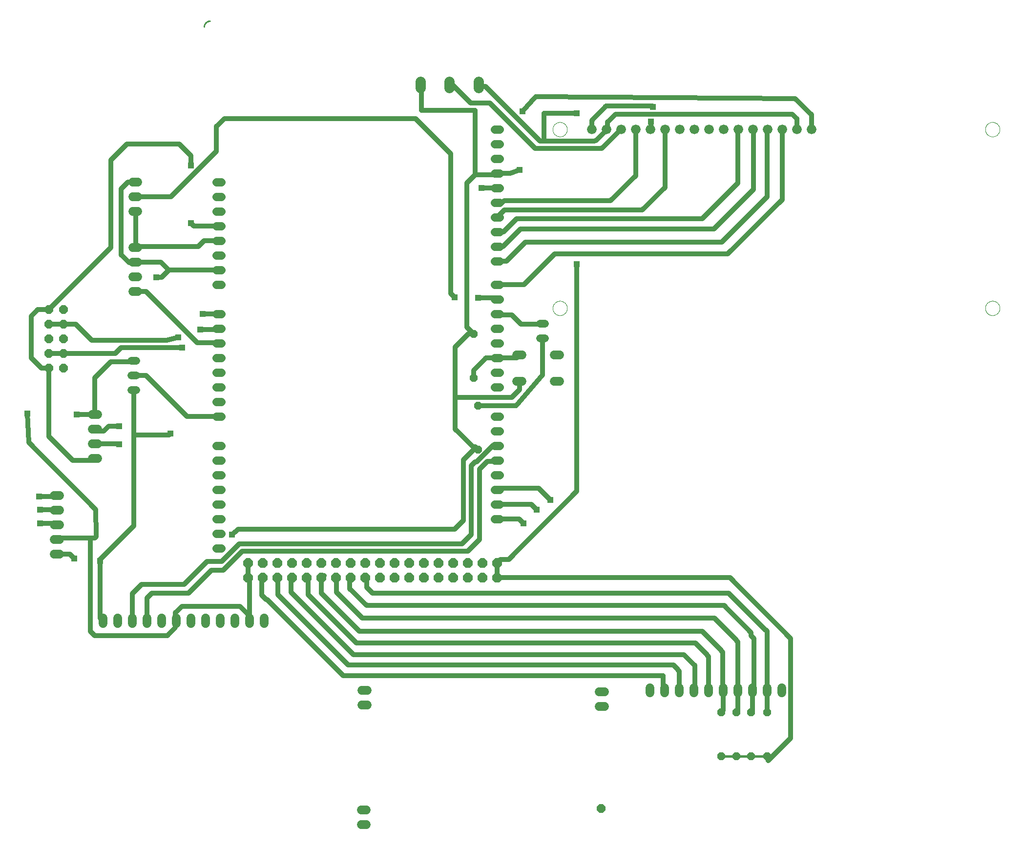
<source format=gbl>
G75*
%MOIN*%
%OFA0B0*%
%FSLAX25Y25*%
%IPPOS*%
%LPD*%
%AMOC8*
5,1,8,0,0,1.08239X$1,22.5*
%
%ADD10C,0.01000*%
%ADD11C,0.05600*%
%ADD12OC8,0.06600*%
%ADD13C,0.07087*%
%ADD14OC8,0.05200*%
%ADD15C,0.05200*%
%ADD16C,0.06600*%
%ADD17C,0.00000*%
%ADD18C,0.06000*%
%ADD19OC8,0.06000*%
%ADD20C,0.03200*%
%ADD21R,0.04362X0.04362*%
%ADD22C,0.01600*%
%ADD23C,0.02400*%
D10*
X0132100Y0552863D02*
X0132102Y0552987D01*
X0132108Y0553110D01*
X0132117Y0553234D01*
X0132131Y0553356D01*
X0132148Y0553479D01*
X0132170Y0553601D01*
X0132195Y0553722D01*
X0132224Y0553842D01*
X0132256Y0553961D01*
X0132293Y0554080D01*
X0132333Y0554197D01*
X0132376Y0554312D01*
X0132424Y0554427D01*
X0132475Y0554539D01*
X0132529Y0554650D01*
X0132587Y0554760D01*
X0132648Y0554867D01*
X0132713Y0554973D01*
X0132781Y0555076D01*
X0132852Y0555177D01*
X0132926Y0555276D01*
X0133003Y0555373D01*
X0133084Y0555467D01*
X0133167Y0555558D01*
X0133253Y0555647D01*
X0133342Y0555733D01*
X0133433Y0555816D01*
X0133527Y0555897D01*
X0133624Y0555974D01*
X0133723Y0556048D01*
X0133824Y0556119D01*
X0133927Y0556187D01*
X0134033Y0556252D01*
X0134140Y0556313D01*
X0134250Y0556371D01*
X0134361Y0556425D01*
X0134473Y0556476D01*
X0134588Y0556524D01*
X0134703Y0556567D01*
X0134820Y0556607D01*
X0134939Y0556644D01*
X0135058Y0556676D01*
X0135178Y0556705D01*
X0135299Y0556730D01*
X0135421Y0556752D01*
X0135544Y0556769D01*
X0135666Y0556783D01*
X0135790Y0556792D01*
X0135913Y0556798D01*
X0136037Y0556800D01*
D11*
X0140420Y0446800D02*
X0143780Y0446800D01*
X0143780Y0436800D02*
X0140420Y0436800D01*
X0140420Y0426800D02*
X0143780Y0426800D01*
X0143780Y0416800D02*
X0140420Y0416800D01*
X0140420Y0406800D02*
X0143780Y0406800D01*
X0143780Y0396800D02*
X0140420Y0396800D01*
X0140420Y0386800D02*
X0143780Y0386800D01*
X0143780Y0376800D02*
X0140420Y0376800D01*
X0140420Y0356800D02*
X0143780Y0356800D01*
X0143780Y0346800D02*
X0140420Y0346800D01*
X0140420Y0336800D02*
X0143780Y0336800D01*
X0143780Y0326800D02*
X0140420Y0326800D01*
X0140420Y0316800D02*
X0143780Y0316800D01*
X0143780Y0306800D02*
X0140420Y0306800D01*
X0140420Y0296800D02*
X0143780Y0296800D01*
X0143780Y0286800D02*
X0140420Y0286800D01*
X0140420Y0266800D02*
X0143780Y0266800D01*
X0143780Y0256800D02*
X0140420Y0256800D01*
X0140420Y0246800D02*
X0143780Y0246800D01*
X0143780Y0236800D02*
X0140420Y0236800D01*
X0140420Y0226800D02*
X0143780Y0226800D01*
X0143780Y0216800D02*
X0140420Y0216800D01*
X0140420Y0206800D02*
X0143780Y0206800D01*
X0143780Y0196800D02*
X0140420Y0196800D01*
X0330420Y0216800D02*
X0333780Y0216800D01*
X0333780Y0226800D02*
X0330420Y0226800D01*
X0330420Y0236800D02*
X0333780Y0236800D01*
X0333780Y0246800D02*
X0330420Y0246800D01*
X0330420Y0256800D02*
X0333780Y0256800D01*
X0333780Y0266800D02*
X0330420Y0266800D01*
X0330420Y0276800D02*
X0333780Y0276800D01*
X0333780Y0286800D02*
X0330420Y0286800D01*
X0330420Y0306800D02*
X0333780Y0306800D01*
X0333780Y0316800D02*
X0330420Y0316800D01*
X0330420Y0326800D02*
X0333780Y0326800D01*
X0333780Y0336800D02*
X0330420Y0336800D01*
X0330420Y0346800D02*
X0333780Y0346800D01*
X0333780Y0356800D02*
X0330420Y0356800D01*
X0330420Y0366800D02*
X0333780Y0366800D01*
X0333780Y0376800D02*
X0330420Y0376800D01*
X0330420Y0392800D02*
X0333780Y0392800D01*
X0333780Y0402800D02*
X0330420Y0402800D01*
X0330420Y0412800D02*
X0333780Y0412800D01*
X0333780Y0422800D02*
X0330420Y0422800D01*
X0330420Y0432800D02*
X0333780Y0432800D01*
X0333780Y0442800D02*
X0330420Y0442800D01*
X0330420Y0452800D02*
X0333780Y0452800D01*
X0333780Y0462800D02*
X0330420Y0462800D01*
X0330420Y0472800D02*
X0333780Y0472800D01*
X0333780Y0482800D02*
X0330420Y0482800D01*
D12*
X0332100Y0186800D03*
X0322100Y0186800D03*
X0322100Y0176800D03*
X0332100Y0176800D03*
X0312100Y0176800D03*
X0302100Y0176800D03*
X0302100Y0186800D03*
X0312100Y0186800D03*
X0292100Y0186800D03*
X0282100Y0186800D03*
X0282100Y0176800D03*
X0292100Y0176800D03*
X0272100Y0176800D03*
X0262100Y0176800D03*
X0252100Y0176800D03*
X0252100Y0186800D03*
X0262100Y0186800D03*
X0272100Y0186800D03*
X0242100Y0186800D03*
X0232100Y0186800D03*
X0232100Y0176800D03*
X0242100Y0176800D03*
X0222100Y0176800D03*
X0212100Y0176800D03*
X0212100Y0186800D03*
X0222100Y0186800D03*
X0202100Y0186800D03*
X0192100Y0186800D03*
X0192100Y0176800D03*
X0202100Y0176800D03*
X0182100Y0176800D03*
X0172100Y0176800D03*
X0172100Y0186800D03*
X0182100Y0186800D03*
X0162100Y0186800D03*
X0162100Y0176800D03*
D13*
X0279915Y0511083D02*
X0279915Y0515335D01*
X0299600Y0515335D02*
X0299600Y0511083D01*
X0319285Y0511083D02*
X0319285Y0515335D01*
D14*
X0316100Y0343300D03*
X0316100Y0313300D03*
X0319100Y0294300D03*
X0319100Y0264300D03*
X0485100Y0084800D03*
X0495600Y0084800D03*
X0505600Y0084800D03*
X0516600Y0084800D03*
X0516600Y0054800D03*
X0505600Y0054800D03*
X0495600Y0054800D03*
X0485100Y0054800D03*
D15*
X0364660Y0340300D02*
X0361540Y0340300D01*
X0361540Y0350300D02*
X0364660Y0350300D01*
X0085660Y0324800D02*
X0082540Y0324800D01*
X0082540Y0314800D02*
X0085660Y0314800D01*
X0085660Y0304800D02*
X0082540Y0304800D01*
D16*
X0396616Y0482824D03*
X0406616Y0482824D03*
X0416616Y0482824D03*
X0426616Y0482824D03*
X0436616Y0482824D03*
X0446616Y0482824D03*
X0456616Y0482824D03*
X0466616Y0482824D03*
X0476616Y0482824D03*
X0486616Y0482824D03*
X0496616Y0482824D03*
X0506616Y0482824D03*
X0516616Y0482824D03*
X0526616Y0482824D03*
X0536616Y0482824D03*
X0546616Y0482824D03*
D17*
X0665317Y0482824D02*
X0665319Y0482964D01*
X0665325Y0483104D01*
X0665335Y0483243D01*
X0665349Y0483382D01*
X0665367Y0483521D01*
X0665388Y0483659D01*
X0665414Y0483797D01*
X0665444Y0483934D01*
X0665477Y0484069D01*
X0665515Y0484204D01*
X0665556Y0484338D01*
X0665601Y0484471D01*
X0665649Y0484602D01*
X0665702Y0484731D01*
X0665758Y0484860D01*
X0665817Y0484986D01*
X0665881Y0485111D01*
X0665947Y0485234D01*
X0666018Y0485355D01*
X0666091Y0485474D01*
X0666168Y0485591D01*
X0666249Y0485705D01*
X0666332Y0485817D01*
X0666419Y0485927D01*
X0666509Y0486035D01*
X0666601Y0486139D01*
X0666697Y0486241D01*
X0666796Y0486341D01*
X0666897Y0486437D01*
X0667001Y0486531D01*
X0667108Y0486621D01*
X0667217Y0486708D01*
X0667329Y0486793D01*
X0667443Y0486874D01*
X0667559Y0486952D01*
X0667677Y0487026D01*
X0667798Y0487097D01*
X0667920Y0487165D01*
X0668045Y0487229D01*
X0668171Y0487290D01*
X0668298Y0487347D01*
X0668428Y0487400D01*
X0668559Y0487450D01*
X0668691Y0487495D01*
X0668824Y0487538D01*
X0668959Y0487576D01*
X0669094Y0487610D01*
X0669231Y0487641D01*
X0669368Y0487668D01*
X0669506Y0487690D01*
X0669645Y0487709D01*
X0669784Y0487724D01*
X0669923Y0487735D01*
X0670063Y0487742D01*
X0670203Y0487745D01*
X0670343Y0487744D01*
X0670483Y0487739D01*
X0670622Y0487730D01*
X0670762Y0487717D01*
X0670901Y0487700D01*
X0671039Y0487679D01*
X0671177Y0487655D01*
X0671314Y0487626D01*
X0671450Y0487594D01*
X0671585Y0487557D01*
X0671719Y0487517D01*
X0671852Y0487473D01*
X0671983Y0487425D01*
X0672113Y0487374D01*
X0672242Y0487319D01*
X0672369Y0487260D01*
X0672494Y0487197D01*
X0672617Y0487132D01*
X0672739Y0487062D01*
X0672858Y0486989D01*
X0672976Y0486913D01*
X0673091Y0486834D01*
X0673204Y0486751D01*
X0673314Y0486665D01*
X0673422Y0486576D01*
X0673527Y0486484D01*
X0673630Y0486389D01*
X0673730Y0486291D01*
X0673827Y0486191D01*
X0673921Y0486087D01*
X0674013Y0485981D01*
X0674101Y0485873D01*
X0674186Y0485762D01*
X0674268Y0485648D01*
X0674347Y0485532D01*
X0674422Y0485415D01*
X0674494Y0485295D01*
X0674562Y0485173D01*
X0674627Y0485049D01*
X0674689Y0484923D01*
X0674747Y0484796D01*
X0674801Y0484667D01*
X0674852Y0484536D01*
X0674898Y0484404D01*
X0674941Y0484271D01*
X0674981Y0484137D01*
X0675016Y0484002D01*
X0675048Y0483865D01*
X0675075Y0483728D01*
X0675099Y0483590D01*
X0675119Y0483452D01*
X0675135Y0483313D01*
X0675147Y0483173D01*
X0675155Y0483034D01*
X0675159Y0482894D01*
X0675159Y0482754D01*
X0675155Y0482614D01*
X0675147Y0482475D01*
X0675135Y0482335D01*
X0675119Y0482196D01*
X0675099Y0482058D01*
X0675075Y0481920D01*
X0675048Y0481783D01*
X0675016Y0481646D01*
X0674981Y0481511D01*
X0674941Y0481377D01*
X0674898Y0481244D01*
X0674852Y0481112D01*
X0674801Y0480981D01*
X0674747Y0480852D01*
X0674689Y0480725D01*
X0674627Y0480599D01*
X0674562Y0480475D01*
X0674494Y0480353D01*
X0674422Y0480233D01*
X0674347Y0480116D01*
X0674268Y0480000D01*
X0674186Y0479886D01*
X0674101Y0479775D01*
X0674013Y0479667D01*
X0673921Y0479561D01*
X0673827Y0479457D01*
X0673730Y0479357D01*
X0673630Y0479259D01*
X0673527Y0479164D01*
X0673422Y0479072D01*
X0673314Y0478983D01*
X0673204Y0478897D01*
X0673091Y0478814D01*
X0672976Y0478735D01*
X0672858Y0478659D01*
X0672739Y0478586D01*
X0672617Y0478516D01*
X0672494Y0478451D01*
X0672369Y0478388D01*
X0672242Y0478329D01*
X0672113Y0478274D01*
X0671983Y0478223D01*
X0671852Y0478175D01*
X0671719Y0478131D01*
X0671585Y0478091D01*
X0671450Y0478054D01*
X0671314Y0478022D01*
X0671177Y0477993D01*
X0671039Y0477969D01*
X0670901Y0477948D01*
X0670762Y0477931D01*
X0670622Y0477918D01*
X0670483Y0477909D01*
X0670343Y0477904D01*
X0670203Y0477903D01*
X0670063Y0477906D01*
X0669923Y0477913D01*
X0669784Y0477924D01*
X0669645Y0477939D01*
X0669506Y0477958D01*
X0669368Y0477980D01*
X0669231Y0478007D01*
X0669094Y0478038D01*
X0668959Y0478072D01*
X0668824Y0478110D01*
X0668691Y0478153D01*
X0668559Y0478198D01*
X0668428Y0478248D01*
X0668298Y0478301D01*
X0668171Y0478358D01*
X0668045Y0478419D01*
X0667920Y0478483D01*
X0667798Y0478551D01*
X0667677Y0478622D01*
X0667559Y0478696D01*
X0667443Y0478774D01*
X0667329Y0478855D01*
X0667217Y0478940D01*
X0667108Y0479027D01*
X0667001Y0479117D01*
X0666897Y0479211D01*
X0666796Y0479307D01*
X0666697Y0479407D01*
X0666601Y0479509D01*
X0666509Y0479613D01*
X0666419Y0479721D01*
X0666332Y0479831D01*
X0666249Y0479943D01*
X0666168Y0480057D01*
X0666091Y0480174D01*
X0666018Y0480293D01*
X0665947Y0480414D01*
X0665881Y0480537D01*
X0665817Y0480662D01*
X0665758Y0480788D01*
X0665702Y0480917D01*
X0665649Y0481046D01*
X0665601Y0481177D01*
X0665556Y0481310D01*
X0665515Y0481444D01*
X0665477Y0481579D01*
X0665444Y0481714D01*
X0665414Y0481851D01*
X0665388Y0481989D01*
X0665367Y0482127D01*
X0665349Y0482266D01*
X0665335Y0482405D01*
X0665325Y0482544D01*
X0665319Y0482684D01*
X0665317Y0482824D01*
X0665317Y0360776D02*
X0665319Y0360916D01*
X0665325Y0361056D01*
X0665335Y0361195D01*
X0665349Y0361334D01*
X0665367Y0361473D01*
X0665388Y0361611D01*
X0665414Y0361749D01*
X0665444Y0361886D01*
X0665477Y0362021D01*
X0665515Y0362156D01*
X0665556Y0362290D01*
X0665601Y0362423D01*
X0665649Y0362554D01*
X0665702Y0362683D01*
X0665758Y0362812D01*
X0665817Y0362938D01*
X0665881Y0363063D01*
X0665947Y0363186D01*
X0666018Y0363307D01*
X0666091Y0363426D01*
X0666168Y0363543D01*
X0666249Y0363657D01*
X0666332Y0363769D01*
X0666419Y0363879D01*
X0666509Y0363987D01*
X0666601Y0364091D01*
X0666697Y0364193D01*
X0666796Y0364293D01*
X0666897Y0364389D01*
X0667001Y0364483D01*
X0667108Y0364573D01*
X0667217Y0364660D01*
X0667329Y0364745D01*
X0667443Y0364826D01*
X0667559Y0364904D01*
X0667677Y0364978D01*
X0667798Y0365049D01*
X0667920Y0365117D01*
X0668045Y0365181D01*
X0668171Y0365242D01*
X0668298Y0365299D01*
X0668428Y0365352D01*
X0668559Y0365402D01*
X0668691Y0365447D01*
X0668824Y0365490D01*
X0668959Y0365528D01*
X0669094Y0365562D01*
X0669231Y0365593D01*
X0669368Y0365620D01*
X0669506Y0365642D01*
X0669645Y0365661D01*
X0669784Y0365676D01*
X0669923Y0365687D01*
X0670063Y0365694D01*
X0670203Y0365697D01*
X0670343Y0365696D01*
X0670483Y0365691D01*
X0670622Y0365682D01*
X0670762Y0365669D01*
X0670901Y0365652D01*
X0671039Y0365631D01*
X0671177Y0365607D01*
X0671314Y0365578D01*
X0671450Y0365546D01*
X0671585Y0365509D01*
X0671719Y0365469D01*
X0671852Y0365425D01*
X0671983Y0365377D01*
X0672113Y0365326D01*
X0672242Y0365271D01*
X0672369Y0365212D01*
X0672494Y0365149D01*
X0672617Y0365084D01*
X0672739Y0365014D01*
X0672858Y0364941D01*
X0672976Y0364865D01*
X0673091Y0364786D01*
X0673204Y0364703D01*
X0673314Y0364617D01*
X0673422Y0364528D01*
X0673527Y0364436D01*
X0673630Y0364341D01*
X0673730Y0364243D01*
X0673827Y0364143D01*
X0673921Y0364039D01*
X0674013Y0363933D01*
X0674101Y0363825D01*
X0674186Y0363714D01*
X0674268Y0363600D01*
X0674347Y0363484D01*
X0674422Y0363367D01*
X0674494Y0363247D01*
X0674562Y0363125D01*
X0674627Y0363001D01*
X0674689Y0362875D01*
X0674747Y0362748D01*
X0674801Y0362619D01*
X0674852Y0362488D01*
X0674898Y0362356D01*
X0674941Y0362223D01*
X0674981Y0362089D01*
X0675016Y0361954D01*
X0675048Y0361817D01*
X0675075Y0361680D01*
X0675099Y0361542D01*
X0675119Y0361404D01*
X0675135Y0361265D01*
X0675147Y0361125D01*
X0675155Y0360986D01*
X0675159Y0360846D01*
X0675159Y0360706D01*
X0675155Y0360566D01*
X0675147Y0360427D01*
X0675135Y0360287D01*
X0675119Y0360148D01*
X0675099Y0360010D01*
X0675075Y0359872D01*
X0675048Y0359735D01*
X0675016Y0359598D01*
X0674981Y0359463D01*
X0674941Y0359329D01*
X0674898Y0359196D01*
X0674852Y0359064D01*
X0674801Y0358933D01*
X0674747Y0358804D01*
X0674689Y0358677D01*
X0674627Y0358551D01*
X0674562Y0358427D01*
X0674494Y0358305D01*
X0674422Y0358185D01*
X0674347Y0358068D01*
X0674268Y0357952D01*
X0674186Y0357838D01*
X0674101Y0357727D01*
X0674013Y0357619D01*
X0673921Y0357513D01*
X0673827Y0357409D01*
X0673730Y0357309D01*
X0673630Y0357211D01*
X0673527Y0357116D01*
X0673422Y0357024D01*
X0673314Y0356935D01*
X0673204Y0356849D01*
X0673091Y0356766D01*
X0672976Y0356687D01*
X0672858Y0356611D01*
X0672739Y0356538D01*
X0672617Y0356468D01*
X0672494Y0356403D01*
X0672369Y0356340D01*
X0672242Y0356281D01*
X0672113Y0356226D01*
X0671983Y0356175D01*
X0671852Y0356127D01*
X0671719Y0356083D01*
X0671585Y0356043D01*
X0671450Y0356006D01*
X0671314Y0355974D01*
X0671177Y0355945D01*
X0671039Y0355921D01*
X0670901Y0355900D01*
X0670762Y0355883D01*
X0670622Y0355870D01*
X0670483Y0355861D01*
X0670343Y0355856D01*
X0670203Y0355855D01*
X0670063Y0355858D01*
X0669923Y0355865D01*
X0669784Y0355876D01*
X0669645Y0355891D01*
X0669506Y0355910D01*
X0669368Y0355932D01*
X0669231Y0355959D01*
X0669094Y0355990D01*
X0668959Y0356024D01*
X0668824Y0356062D01*
X0668691Y0356105D01*
X0668559Y0356150D01*
X0668428Y0356200D01*
X0668298Y0356253D01*
X0668171Y0356310D01*
X0668045Y0356371D01*
X0667920Y0356435D01*
X0667798Y0356503D01*
X0667677Y0356574D01*
X0667559Y0356648D01*
X0667443Y0356726D01*
X0667329Y0356807D01*
X0667217Y0356892D01*
X0667108Y0356979D01*
X0667001Y0357069D01*
X0666897Y0357163D01*
X0666796Y0357259D01*
X0666697Y0357359D01*
X0666601Y0357461D01*
X0666509Y0357565D01*
X0666419Y0357673D01*
X0666332Y0357783D01*
X0666249Y0357895D01*
X0666168Y0358009D01*
X0666091Y0358126D01*
X0666018Y0358245D01*
X0665947Y0358366D01*
X0665881Y0358489D01*
X0665817Y0358614D01*
X0665758Y0358740D01*
X0665702Y0358869D01*
X0665649Y0358998D01*
X0665601Y0359129D01*
X0665556Y0359262D01*
X0665515Y0359396D01*
X0665477Y0359531D01*
X0665444Y0359666D01*
X0665414Y0359803D01*
X0665388Y0359941D01*
X0665367Y0360079D01*
X0665349Y0360218D01*
X0665335Y0360357D01*
X0665325Y0360496D01*
X0665319Y0360636D01*
X0665317Y0360776D01*
X0370041Y0360776D02*
X0370043Y0360916D01*
X0370049Y0361056D01*
X0370059Y0361195D01*
X0370073Y0361334D01*
X0370091Y0361473D01*
X0370112Y0361611D01*
X0370138Y0361749D01*
X0370168Y0361886D01*
X0370201Y0362021D01*
X0370239Y0362156D01*
X0370280Y0362290D01*
X0370325Y0362423D01*
X0370373Y0362554D01*
X0370426Y0362683D01*
X0370482Y0362812D01*
X0370541Y0362938D01*
X0370605Y0363063D01*
X0370671Y0363186D01*
X0370742Y0363307D01*
X0370815Y0363426D01*
X0370892Y0363543D01*
X0370973Y0363657D01*
X0371056Y0363769D01*
X0371143Y0363879D01*
X0371233Y0363987D01*
X0371325Y0364091D01*
X0371421Y0364193D01*
X0371520Y0364293D01*
X0371621Y0364389D01*
X0371725Y0364483D01*
X0371832Y0364573D01*
X0371941Y0364660D01*
X0372053Y0364745D01*
X0372167Y0364826D01*
X0372283Y0364904D01*
X0372401Y0364978D01*
X0372522Y0365049D01*
X0372644Y0365117D01*
X0372769Y0365181D01*
X0372895Y0365242D01*
X0373022Y0365299D01*
X0373152Y0365352D01*
X0373283Y0365402D01*
X0373415Y0365447D01*
X0373548Y0365490D01*
X0373683Y0365528D01*
X0373818Y0365562D01*
X0373955Y0365593D01*
X0374092Y0365620D01*
X0374230Y0365642D01*
X0374369Y0365661D01*
X0374508Y0365676D01*
X0374647Y0365687D01*
X0374787Y0365694D01*
X0374927Y0365697D01*
X0375067Y0365696D01*
X0375207Y0365691D01*
X0375346Y0365682D01*
X0375486Y0365669D01*
X0375625Y0365652D01*
X0375763Y0365631D01*
X0375901Y0365607D01*
X0376038Y0365578D01*
X0376174Y0365546D01*
X0376309Y0365509D01*
X0376443Y0365469D01*
X0376576Y0365425D01*
X0376707Y0365377D01*
X0376837Y0365326D01*
X0376966Y0365271D01*
X0377093Y0365212D01*
X0377218Y0365149D01*
X0377341Y0365084D01*
X0377463Y0365014D01*
X0377582Y0364941D01*
X0377700Y0364865D01*
X0377815Y0364786D01*
X0377928Y0364703D01*
X0378038Y0364617D01*
X0378146Y0364528D01*
X0378251Y0364436D01*
X0378354Y0364341D01*
X0378454Y0364243D01*
X0378551Y0364143D01*
X0378645Y0364039D01*
X0378737Y0363933D01*
X0378825Y0363825D01*
X0378910Y0363714D01*
X0378992Y0363600D01*
X0379071Y0363484D01*
X0379146Y0363367D01*
X0379218Y0363247D01*
X0379286Y0363125D01*
X0379351Y0363001D01*
X0379413Y0362875D01*
X0379471Y0362748D01*
X0379525Y0362619D01*
X0379576Y0362488D01*
X0379622Y0362356D01*
X0379665Y0362223D01*
X0379705Y0362089D01*
X0379740Y0361954D01*
X0379772Y0361817D01*
X0379799Y0361680D01*
X0379823Y0361542D01*
X0379843Y0361404D01*
X0379859Y0361265D01*
X0379871Y0361125D01*
X0379879Y0360986D01*
X0379883Y0360846D01*
X0379883Y0360706D01*
X0379879Y0360566D01*
X0379871Y0360427D01*
X0379859Y0360287D01*
X0379843Y0360148D01*
X0379823Y0360010D01*
X0379799Y0359872D01*
X0379772Y0359735D01*
X0379740Y0359598D01*
X0379705Y0359463D01*
X0379665Y0359329D01*
X0379622Y0359196D01*
X0379576Y0359064D01*
X0379525Y0358933D01*
X0379471Y0358804D01*
X0379413Y0358677D01*
X0379351Y0358551D01*
X0379286Y0358427D01*
X0379218Y0358305D01*
X0379146Y0358185D01*
X0379071Y0358068D01*
X0378992Y0357952D01*
X0378910Y0357838D01*
X0378825Y0357727D01*
X0378737Y0357619D01*
X0378645Y0357513D01*
X0378551Y0357409D01*
X0378454Y0357309D01*
X0378354Y0357211D01*
X0378251Y0357116D01*
X0378146Y0357024D01*
X0378038Y0356935D01*
X0377928Y0356849D01*
X0377815Y0356766D01*
X0377700Y0356687D01*
X0377582Y0356611D01*
X0377463Y0356538D01*
X0377341Y0356468D01*
X0377218Y0356403D01*
X0377093Y0356340D01*
X0376966Y0356281D01*
X0376837Y0356226D01*
X0376707Y0356175D01*
X0376576Y0356127D01*
X0376443Y0356083D01*
X0376309Y0356043D01*
X0376174Y0356006D01*
X0376038Y0355974D01*
X0375901Y0355945D01*
X0375763Y0355921D01*
X0375625Y0355900D01*
X0375486Y0355883D01*
X0375346Y0355870D01*
X0375207Y0355861D01*
X0375067Y0355856D01*
X0374927Y0355855D01*
X0374787Y0355858D01*
X0374647Y0355865D01*
X0374508Y0355876D01*
X0374369Y0355891D01*
X0374230Y0355910D01*
X0374092Y0355932D01*
X0373955Y0355959D01*
X0373818Y0355990D01*
X0373683Y0356024D01*
X0373548Y0356062D01*
X0373415Y0356105D01*
X0373283Y0356150D01*
X0373152Y0356200D01*
X0373022Y0356253D01*
X0372895Y0356310D01*
X0372769Y0356371D01*
X0372644Y0356435D01*
X0372522Y0356503D01*
X0372401Y0356574D01*
X0372283Y0356648D01*
X0372167Y0356726D01*
X0372053Y0356807D01*
X0371941Y0356892D01*
X0371832Y0356979D01*
X0371725Y0357069D01*
X0371621Y0357163D01*
X0371520Y0357259D01*
X0371421Y0357359D01*
X0371325Y0357461D01*
X0371233Y0357565D01*
X0371143Y0357673D01*
X0371056Y0357783D01*
X0370973Y0357895D01*
X0370892Y0358009D01*
X0370815Y0358126D01*
X0370742Y0358245D01*
X0370671Y0358366D01*
X0370605Y0358489D01*
X0370541Y0358614D01*
X0370482Y0358740D01*
X0370426Y0358869D01*
X0370373Y0358998D01*
X0370325Y0359129D01*
X0370280Y0359262D01*
X0370239Y0359396D01*
X0370201Y0359531D01*
X0370168Y0359666D01*
X0370138Y0359803D01*
X0370112Y0359941D01*
X0370091Y0360079D01*
X0370073Y0360218D01*
X0370059Y0360357D01*
X0370049Y0360496D01*
X0370043Y0360636D01*
X0370041Y0360776D01*
X0370041Y0482824D02*
X0370043Y0482964D01*
X0370049Y0483104D01*
X0370059Y0483243D01*
X0370073Y0483382D01*
X0370091Y0483521D01*
X0370112Y0483659D01*
X0370138Y0483797D01*
X0370168Y0483934D01*
X0370201Y0484069D01*
X0370239Y0484204D01*
X0370280Y0484338D01*
X0370325Y0484471D01*
X0370373Y0484602D01*
X0370426Y0484731D01*
X0370482Y0484860D01*
X0370541Y0484986D01*
X0370605Y0485111D01*
X0370671Y0485234D01*
X0370742Y0485355D01*
X0370815Y0485474D01*
X0370892Y0485591D01*
X0370973Y0485705D01*
X0371056Y0485817D01*
X0371143Y0485927D01*
X0371233Y0486035D01*
X0371325Y0486139D01*
X0371421Y0486241D01*
X0371520Y0486341D01*
X0371621Y0486437D01*
X0371725Y0486531D01*
X0371832Y0486621D01*
X0371941Y0486708D01*
X0372053Y0486793D01*
X0372167Y0486874D01*
X0372283Y0486952D01*
X0372401Y0487026D01*
X0372522Y0487097D01*
X0372644Y0487165D01*
X0372769Y0487229D01*
X0372895Y0487290D01*
X0373022Y0487347D01*
X0373152Y0487400D01*
X0373283Y0487450D01*
X0373415Y0487495D01*
X0373548Y0487538D01*
X0373683Y0487576D01*
X0373818Y0487610D01*
X0373955Y0487641D01*
X0374092Y0487668D01*
X0374230Y0487690D01*
X0374369Y0487709D01*
X0374508Y0487724D01*
X0374647Y0487735D01*
X0374787Y0487742D01*
X0374927Y0487745D01*
X0375067Y0487744D01*
X0375207Y0487739D01*
X0375346Y0487730D01*
X0375486Y0487717D01*
X0375625Y0487700D01*
X0375763Y0487679D01*
X0375901Y0487655D01*
X0376038Y0487626D01*
X0376174Y0487594D01*
X0376309Y0487557D01*
X0376443Y0487517D01*
X0376576Y0487473D01*
X0376707Y0487425D01*
X0376837Y0487374D01*
X0376966Y0487319D01*
X0377093Y0487260D01*
X0377218Y0487197D01*
X0377341Y0487132D01*
X0377463Y0487062D01*
X0377582Y0486989D01*
X0377700Y0486913D01*
X0377815Y0486834D01*
X0377928Y0486751D01*
X0378038Y0486665D01*
X0378146Y0486576D01*
X0378251Y0486484D01*
X0378354Y0486389D01*
X0378454Y0486291D01*
X0378551Y0486191D01*
X0378645Y0486087D01*
X0378737Y0485981D01*
X0378825Y0485873D01*
X0378910Y0485762D01*
X0378992Y0485648D01*
X0379071Y0485532D01*
X0379146Y0485415D01*
X0379218Y0485295D01*
X0379286Y0485173D01*
X0379351Y0485049D01*
X0379413Y0484923D01*
X0379471Y0484796D01*
X0379525Y0484667D01*
X0379576Y0484536D01*
X0379622Y0484404D01*
X0379665Y0484271D01*
X0379705Y0484137D01*
X0379740Y0484002D01*
X0379772Y0483865D01*
X0379799Y0483728D01*
X0379823Y0483590D01*
X0379843Y0483452D01*
X0379859Y0483313D01*
X0379871Y0483173D01*
X0379879Y0483034D01*
X0379883Y0482894D01*
X0379883Y0482754D01*
X0379879Y0482614D01*
X0379871Y0482475D01*
X0379859Y0482335D01*
X0379843Y0482196D01*
X0379823Y0482058D01*
X0379799Y0481920D01*
X0379772Y0481783D01*
X0379740Y0481646D01*
X0379705Y0481511D01*
X0379665Y0481377D01*
X0379622Y0481244D01*
X0379576Y0481112D01*
X0379525Y0480981D01*
X0379471Y0480852D01*
X0379413Y0480725D01*
X0379351Y0480599D01*
X0379286Y0480475D01*
X0379218Y0480353D01*
X0379146Y0480233D01*
X0379071Y0480116D01*
X0378992Y0480000D01*
X0378910Y0479886D01*
X0378825Y0479775D01*
X0378737Y0479667D01*
X0378645Y0479561D01*
X0378551Y0479457D01*
X0378454Y0479357D01*
X0378354Y0479259D01*
X0378251Y0479164D01*
X0378146Y0479072D01*
X0378038Y0478983D01*
X0377928Y0478897D01*
X0377815Y0478814D01*
X0377700Y0478735D01*
X0377582Y0478659D01*
X0377463Y0478586D01*
X0377341Y0478516D01*
X0377218Y0478451D01*
X0377093Y0478388D01*
X0376966Y0478329D01*
X0376837Y0478274D01*
X0376707Y0478223D01*
X0376576Y0478175D01*
X0376443Y0478131D01*
X0376309Y0478091D01*
X0376174Y0478054D01*
X0376038Y0478022D01*
X0375901Y0477993D01*
X0375763Y0477969D01*
X0375625Y0477948D01*
X0375486Y0477931D01*
X0375346Y0477918D01*
X0375207Y0477909D01*
X0375067Y0477904D01*
X0374927Y0477903D01*
X0374787Y0477906D01*
X0374647Y0477913D01*
X0374508Y0477924D01*
X0374369Y0477939D01*
X0374230Y0477958D01*
X0374092Y0477980D01*
X0373955Y0478007D01*
X0373818Y0478038D01*
X0373683Y0478072D01*
X0373548Y0478110D01*
X0373415Y0478153D01*
X0373283Y0478198D01*
X0373152Y0478248D01*
X0373022Y0478301D01*
X0372895Y0478358D01*
X0372769Y0478419D01*
X0372644Y0478483D01*
X0372522Y0478551D01*
X0372401Y0478622D01*
X0372283Y0478696D01*
X0372167Y0478774D01*
X0372053Y0478855D01*
X0371941Y0478940D01*
X0371832Y0479027D01*
X0371725Y0479117D01*
X0371621Y0479211D01*
X0371520Y0479307D01*
X0371421Y0479407D01*
X0371325Y0479509D01*
X0371233Y0479613D01*
X0371143Y0479721D01*
X0371056Y0479831D01*
X0370973Y0479943D01*
X0370892Y0480057D01*
X0370815Y0480174D01*
X0370742Y0480293D01*
X0370671Y0480414D01*
X0370605Y0480537D01*
X0370541Y0480662D01*
X0370482Y0480788D01*
X0370426Y0480917D01*
X0370373Y0481046D01*
X0370325Y0481177D01*
X0370280Y0481310D01*
X0370239Y0481444D01*
X0370201Y0481579D01*
X0370168Y0481714D01*
X0370138Y0481851D01*
X0370112Y0481989D01*
X0370091Y0482127D01*
X0370073Y0482266D01*
X0370059Y0482405D01*
X0370049Y0482544D01*
X0370043Y0482684D01*
X0370041Y0482824D01*
D18*
X0371100Y0328700D02*
X0374700Y0328700D01*
X0374700Y0310900D02*
X0371100Y0310900D01*
X0349100Y0310900D02*
X0345500Y0310900D01*
X0345500Y0328700D02*
X0349100Y0328700D01*
X0173100Y0149100D02*
X0173100Y0145500D01*
X0163100Y0145500D02*
X0163100Y0149100D01*
X0153100Y0149100D02*
X0153100Y0145500D01*
X0143100Y0145500D02*
X0143100Y0149100D01*
X0133100Y0149100D02*
X0133100Y0145500D01*
X0123100Y0145500D02*
X0123100Y0149100D01*
X0113100Y0149100D02*
X0113100Y0145500D01*
X0103100Y0145500D02*
X0103100Y0149100D01*
X0093100Y0149100D02*
X0093100Y0145500D01*
X0083100Y0145500D02*
X0083100Y0149100D01*
X0073100Y0149100D02*
X0073100Y0145500D01*
X0063100Y0145500D02*
X0063100Y0149100D01*
X0033400Y0192800D02*
X0029800Y0192800D01*
X0029800Y0202800D02*
X0033400Y0202800D01*
X0033400Y0212800D02*
X0029800Y0212800D01*
X0029800Y0222800D02*
X0033400Y0222800D01*
X0033400Y0232800D02*
X0029800Y0232800D01*
X0055800Y0258300D02*
X0059400Y0258300D01*
X0059400Y0268300D02*
X0055800Y0268300D01*
X0055800Y0278300D02*
X0059400Y0278300D01*
X0059400Y0288300D02*
X0055800Y0288300D01*
X0083300Y0372300D02*
X0086900Y0372300D01*
X0086900Y0382300D02*
X0083300Y0382300D01*
X0083300Y0392300D02*
X0086900Y0392300D01*
X0086900Y0402300D02*
X0083300Y0402300D01*
X0083300Y0426800D02*
X0086900Y0426800D01*
X0086900Y0436800D02*
X0083300Y0436800D01*
X0083300Y0446800D02*
X0086900Y0446800D01*
X0239800Y0099800D02*
X0243400Y0099800D01*
X0243400Y0089800D02*
X0239800Y0089800D01*
X0239300Y0018300D02*
X0242900Y0018300D01*
X0242900Y0008300D02*
X0239300Y0008300D01*
X0401800Y0088800D02*
X0405400Y0088800D01*
X0405400Y0098800D02*
X0401800Y0098800D01*
X0436600Y0098000D02*
X0436600Y0101600D01*
X0446600Y0101600D02*
X0446600Y0098000D01*
X0456600Y0098000D02*
X0456600Y0101600D01*
X0466600Y0101600D02*
X0466600Y0098000D01*
X0476600Y0098000D02*
X0476600Y0101600D01*
X0486600Y0101600D02*
X0486600Y0098000D01*
X0496600Y0098000D02*
X0496600Y0101600D01*
X0506600Y0101600D02*
X0506600Y0098000D01*
X0516600Y0098000D02*
X0516600Y0101600D01*
X0526600Y0101600D02*
X0526600Y0098000D01*
D19*
X0403100Y0019300D03*
X0036100Y0319800D03*
X0036100Y0329800D03*
X0036100Y0339800D03*
X0036100Y0349800D03*
X0036100Y0359800D03*
X0026100Y0359800D03*
X0026100Y0349800D03*
X0026100Y0339800D03*
X0026100Y0329800D03*
X0026100Y0319800D03*
D20*
X0054600Y0140300D02*
X0057600Y0137300D01*
X0107100Y0137300D01*
X0112600Y0142800D01*
X0112600Y0147800D01*
X0113100Y0147300D01*
X0112600Y0147800D02*
X0112600Y0152800D01*
X0117100Y0157300D01*
X0156600Y0157300D01*
X0163100Y0150800D01*
X0163100Y0147300D01*
X0163100Y0175800D01*
X0162100Y0176800D01*
X0162100Y0186800D01*
X0158100Y0194800D02*
X0312100Y0194800D01*
X0320100Y0202800D01*
X0320100Y0250800D01*
X0325600Y0256300D01*
X0331600Y0256300D01*
X0332100Y0256800D01*
X0332100Y0266800D02*
X0331600Y0267300D01*
X0329600Y0267300D01*
X0318100Y0255800D01*
X0317100Y0255800D01*
X0314600Y0253300D01*
X0314600Y0206300D01*
X0308100Y0199800D01*
X0156100Y0199800D01*
X0144100Y0187800D01*
X0134100Y0187800D01*
X0118600Y0172300D01*
X0089600Y0172300D01*
X0083100Y0165800D01*
X0083100Y0147300D01*
X0093100Y0147300D02*
X0093100Y0162800D01*
X0096600Y0166300D01*
X0121600Y0166300D01*
X0137100Y0181800D01*
X0145100Y0181800D01*
X0158100Y0194800D01*
X0151100Y0206300D02*
X0155600Y0209800D01*
X0303100Y0209800D01*
X0309100Y0215800D01*
X0309100Y0257300D01*
X0316100Y0264300D01*
X0319100Y0264300D01*
X0317100Y0266300D01*
X0317100Y0264800D01*
X0303600Y0278300D01*
X0303600Y0299800D01*
X0342100Y0299800D01*
X0347300Y0305000D01*
X0347300Y0310900D01*
X0345400Y0326800D02*
X0332100Y0326800D01*
X0324600Y0326800D01*
X0316100Y0318300D01*
X0316100Y0313300D01*
X0303600Y0299800D02*
X0303600Y0334300D01*
X0312600Y0343300D01*
X0316100Y0343300D01*
X0311600Y0347800D01*
X0311600Y0446300D01*
X0317100Y0451800D01*
X0317100Y0495800D01*
X0280600Y0495800D01*
X0280600Y0513209D01*
X0279915Y0513209D01*
X0299600Y0513209D02*
X0301691Y0513209D01*
X0314100Y0500800D01*
X0327100Y0500800D01*
X0358100Y0469800D01*
X0403592Y0469800D01*
X0416616Y0482824D01*
X0426616Y0482824D02*
X0426616Y0451316D01*
X0409600Y0434300D01*
X0337100Y0434300D01*
X0335600Y0432800D01*
X0332100Y0432800D01*
X0337100Y0427800D02*
X0332100Y0422800D01*
X0337100Y0427800D02*
X0431100Y0427800D01*
X0446616Y0443316D01*
X0446616Y0482824D01*
X0437100Y0483308D02*
X0437100Y0488300D01*
X0437100Y0483308D02*
X0436616Y0482824D01*
X0436600Y0482808D01*
X0438600Y0498300D02*
X0438100Y0498800D01*
X0406600Y0498800D01*
X0396616Y0488816D01*
X0396616Y0482824D01*
X0399600Y0475300D02*
X0398600Y0474800D01*
X0364100Y0474800D01*
X0364100Y0493800D01*
X0386600Y0493800D01*
X0399600Y0475300D02*
X0406616Y0482316D01*
X0406616Y0482824D01*
X0407600Y0483808D01*
X0407600Y0487800D01*
X0413100Y0493300D01*
X0533600Y0493300D01*
X0536616Y0490284D01*
X0536616Y0482824D01*
X0526616Y0482824D02*
X0526616Y0434816D01*
X0489600Y0397800D01*
X0371600Y0397800D01*
X0350600Y0376800D01*
X0332100Y0376800D01*
X0331100Y0367800D02*
X0332100Y0366800D01*
X0331100Y0367800D02*
X0319100Y0367800D01*
X0303100Y0368300D02*
X0300600Y0370800D01*
X0300600Y0466300D01*
X0276600Y0490300D01*
X0146100Y0490300D01*
X0140600Y0484800D01*
X0140600Y0467800D01*
X0109600Y0436800D01*
X0085100Y0436800D01*
X0085100Y0426800D02*
X0085600Y0426300D01*
X0085600Y0403800D01*
X0085100Y0403300D01*
X0085100Y0402300D01*
X0085600Y0402800D01*
X0128100Y0402800D01*
X0132100Y0406800D01*
X0142100Y0406800D01*
X0142100Y0416800D02*
X0125100Y0416800D01*
X0123100Y0418800D01*
X0102600Y0392300D02*
X0085100Y0392300D01*
X0084600Y0391800D01*
X0081100Y0391800D01*
X0075600Y0397300D01*
X0075600Y0442300D01*
X0080100Y0446800D01*
X0085100Y0446800D01*
X0068600Y0461800D02*
X0079600Y0472800D01*
X0115100Y0472800D01*
X0123100Y0464800D01*
X0123100Y0458300D01*
X0068600Y0461800D02*
X0068600Y0402300D01*
X0026100Y0359800D01*
X0018600Y0359800D01*
X0014100Y0355300D01*
X0014100Y0326800D01*
X0021100Y0319800D01*
X0026100Y0319800D01*
X0026100Y0273300D01*
X0042600Y0256800D01*
X0056100Y0256800D01*
X0057600Y0258300D01*
X0057600Y0268300D02*
X0073600Y0268300D01*
X0074100Y0267800D01*
X0063600Y0276800D02*
X0059100Y0276800D01*
X0057600Y0278300D01*
X0063600Y0276800D02*
X0067100Y0280300D01*
X0074100Y0280300D01*
X0084100Y0274300D02*
X0108100Y0274300D01*
X0109100Y0275300D01*
X0120600Y0286800D02*
X0092600Y0314800D01*
X0084100Y0314800D01*
X0084100Y0304800D02*
X0084100Y0274300D01*
X0084100Y0212300D01*
X0061100Y0189300D01*
X0061100Y0188300D01*
X0061100Y0149300D01*
X0063100Y0147300D01*
X0054600Y0140300D02*
X0054600Y0203300D01*
X0054602Y0203344D01*
X0054608Y0203387D01*
X0054617Y0203429D01*
X0054630Y0203471D01*
X0054647Y0203511D01*
X0054667Y0203550D01*
X0054690Y0203587D01*
X0054717Y0203621D01*
X0054746Y0203654D01*
X0054779Y0203683D01*
X0054813Y0203710D01*
X0054850Y0203733D01*
X0054889Y0203753D01*
X0054929Y0203770D01*
X0054971Y0203783D01*
X0055013Y0203792D01*
X0055056Y0203798D01*
X0055100Y0203800D01*
X0056600Y0203800D01*
X0055100Y0203800D02*
X0031600Y0203800D01*
X0031600Y0202800D01*
X0033100Y0204300D01*
X0031600Y0212800D02*
X0030600Y0213800D01*
X0020100Y0213800D01*
X0020100Y0223300D02*
X0031100Y0223300D01*
X0031600Y0222800D01*
X0033100Y0231800D02*
X0032600Y0232300D01*
X0019600Y0232300D01*
X0012600Y0269300D02*
X0011600Y0288800D01*
X0012600Y0269300D02*
X0058100Y0223300D01*
X0058600Y0205800D01*
X0058598Y0205713D01*
X0058592Y0205626D01*
X0058583Y0205539D01*
X0058570Y0205453D01*
X0058553Y0205367D01*
X0058532Y0205282D01*
X0058507Y0205199D01*
X0058479Y0205116D01*
X0058448Y0205035D01*
X0058413Y0204955D01*
X0058374Y0204877D01*
X0058332Y0204800D01*
X0058287Y0204725D01*
X0058238Y0204653D01*
X0058187Y0204582D01*
X0058132Y0204514D01*
X0058075Y0204449D01*
X0058014Y0204386D01*
X0057951Y0204325D01*
X0057886Y0204268D01*
X0057818Y0204213D01*
X0057747Y0204162D01*
X0057675Y0204113D01*
X0057600Y0204068D01*
X0057523Y0204026D01*
X0057445Y0203987D01*
X0057365Y0203952D01*
X0057284Y0203921D01*
X0057201Y0203893D01*
X0057118Y0203868D01*
X0057033Y0203847D01*
X0056947Y0203830D01*
X0056861Y0203817D01*
X0056774Y0203808D01*
X0056687Y0203802D01*
X0056600Y0203800D01*
X0043600Y0189800D02*
X0040600Y0192800D01*
X0031600Y0192800D01*
X0045100Y0288300D02*
X0057600Y0288300D01*
X0057600Y0313300D01*
X0068600Y0324300D01*
X0083600Y0324300D01*
X0084100Y0324800D01*
X0075600Y0333800D02*
X0117100Y0333800D01*
X0114600Y0340800D02*
X0106600Y0338800D01*
X0055600Y0338800D01*
X0044600Y0349800D01*
X0026100Y0349800D01*
X0026100Y0329800D02*
X0071600Y0329800D01*
X0075600Y0333800D01*
X0085100Y0372300D02*
X0092600Y0372300D01*
X0127600Y0337300D01*
X0141600Y0337300D01*
X0142100Y0336800D01*
X0141600Y0346300D02*
X0129600Y0346300D01*
X0131100Y0356800D02*
X0142100Y0356800D01*
X0142100Y0346800D02*
X0141600Y0346300D01*
X0142100Y0386800D02*
X0108100Y0386800D01*
X0103100Y0381800D01*
X0099600Y0381800D01*
X0108100Y0386800D02*
X0102600Y0392300D01*
X0120600Y0286800D02*
X0142100Y0286800D01*
X0172100Y0176800D02*
X0171600Y0176300D01*
X0171600Y0164800D01*
X0174600Y0161800D01*
X0175100Y0161800D01*
X0227100Y0109800D01*
X0445600Y0109800D01*
X0445600Y0100800D01*
X0446600Y0099800D01*
X0456600Y0099800D02*
X0456600Y0112800D01*
X0455600Y0113800D01*
X0455600Y0114300D01*
X0452600Y0117300D01*
X0230600Y0117300D01*
X0182600Y0165300D01*
X0182600Y0176300D01*
X0182100Y0176800D01*
X0191600Y0176300D02*
X0191600Y0166800D01*
X0234100Y0124300D01*
X0459600Y0124300D01*
X0467100Y0116800D01*
X0467100Y0100300D01*
X0466600Y0099800D01*
X0476600Y0099800D02*
X0476600Y0122800D01*
X0475600Y0123800D01*
X0475600Y0124300D01*
X0467600Y0132300D01*
X0236100Y0132300D01*
X0203100Y0165300D01*
X0203100Y0175800D01*
X0202100Y0176800D01*
X0192100Y0176800D02*
X0191600Y0176300D01*
X0212100Y0176300D02*
X0212100Y0166300D01*
X0238100Y0140300D01*
X0472100Y0140300D01*
X0485100Y0127300D01*
X0485100Y0126800D01*
X0486100Y0125800D01*
X0486100Y0100300D01*
X0486600Y0099800D01*
X0486600Y0086300D01*
X0485100Y0084800D01*
X0495600Y0084800D02*
X0496600Y0085800D01*
X0496600Y0099800D01*
X0496600Y0132800D01*
X0495600Y0133800D01*
X0495600Y0134300D01*
X0480600Y0149300D01*
X0240100Y0149300D01*
X0222600Y0166800D01*
X0222600Y0176300D01*
X0222100Y0176800D01*
X0214100Y0178300D02*
X0213600Y0178300D01*
X0212100Y0176800D01*
X0212100Y0176300D02*
X0214100Y0178300D01*
X0231600Y0176300D02*
X0231600Y0169300D01*
X0243100Y0157800D01*
X0487100Y0157800D01*
X0505600Y0139300D01*
X0505600Y0137300D01*
X0507600Y0135300D01*
X0507600Y0100800D01*
X0506600Y0099800D01*
X0506600Y0085800D01*
X0505600Y0084800D01*
X0516600Y0084800D02*
X0516600Y0099800D01*
X0516600Y0140300D01*
X0516100Y0140800D01*
X0515600Y0140800D01*
X0490100Y0166300D01*
X0247100Y0166300D01*
X0243100Y0170300D01*
X0243100Y0175800D01*
X0242100Y0176800D01*
X0232100Y0176800D02*
X0231600Y0176300D01*
X0332100Y0176800D02*
X0491100Y0176800D01*
X0532600Y0135300D01*
X0532600Y0067300D01*
X0517100Y0051800D01*
X0517100Y0054300D01*
X0516600Y0054800D01*
X0350100Y0213800D02*
X0347100Y0216800D01*
X0332100Y0216800D01*
X0332100Y0226800D02*
X0355600Y0226800D01*
X0359100Y0223300D01*
X0368600Y0229800D02*
X0360600Y0237800D01*
X0333100Y0237800D01*
X0332100Y0236800D01*
X0334600Y0189300D02*
X0332100Y0186800D01*
X0332100Y0176800D01*
X0334600Y0189300D02*
X0340100Y0189300D01*
X0386600Y0235800D01*
X0386600Y0390800D01*
X0351600Y0405800D02*
X0485600Y0405800D01*
X0516600Y0436800D01*
X0516600Y0482808D01*
X0516616Y0482824D01*
X0507100Y0482339D02*
X0506616Y0482824D01*
X0507100Y0482339D02*
X0507100Y0441800D01*
X0480100Y0414800D01*
X0348100Y0414800D01*
X0336100Y0402800D01*
X0332100Y0402800D01*
X0332100Y0412800D02*
X0336600Y0412800D01*
X0345600Y0421800D01*
X0472100Y0421800D01*
X0496600Y0446300D01*
X0496600Y0482808D01*
X0496616Y0482824D01*
X0535600Y0503800D02*
X0358600Y0505300D01*
X0349600Y0495300D01*
X0361600Y0474800D02*
X0364100Y0474800D01*
X0361600Y0474800D02*
X0324100Y0512300D01*
X0319600Y0512300D01*
X0319285Y0512615D01*
X0319285Y0513209D01*
X0317100Y0451800D02*
X0333100Y0451800D01*
X0332100Y0452800D01*
X0341100Y0452800D01*
X0347600Y0455300D01*
X0332100Y0442800D02*
X0321600Y0442800D01*
X0351600Y0405800D02*
X0338600Y0392800D01*
X0332100Y0392800D01*
X0332100Y0356800D02*
X0332600Y0356300D01*
X0342100Y0356300D01*
X0348600Y0349800D01*
X0362600Y0349800D01*
X0363100Y0350300D01*
X0363100Y0340300D02*
X0363100Y0315300D01*
X0345100Y0294300D01*
X0319100Y0294300D01*
X0345400Y0326800D02*
X0347300Y0328700D01*
X0535600Y0503800D02*
X0546616Y0492784D01*
X0546616Y0482824D01*
D21*
X0438600Y0498300D03*
X0437100Y0488300D03*
X0386600Y0493800D03*
X0349600Y0495300D03*
X0347600Y0455300D03*
X0321600Y0442800D03*
X0386600Y0390800D03*
X0319100Y0367800D03*
X0303100Y0368300D03*
X0368600Y0229800D03*
X0359100Y0223300D03*
X0350100Y0213800D03*
X0151100Y0206300D03*
X0109100Y0275300D03*
X0074100Y0280300D03*
X0074100Y0267800D03*
X0045100Y0288300D03*
X0011600Y0288800D03*
X0019600Y0232300D03*
X0020100Y0223300D03*
X0020100Y0213800D03*
X0043600Y0189800D03*
X0061100Y0188300D03*
X0117100Y0333800D03*
X0114600Y0340800D03*
X0129600Y0346300D03*
X0131100Y0356800D03*
X0099600Y0381800D03*
X0123100Y0418800D03*
X0123100Y0458300D03*
D22*
X0485100Y0054800D02*
X0495600Y0054800D01*
X0505600Y0054800D01*
X0516600Y0054800D01*
D23*
X0142600Y0346300D02*
X0142100Y0346800D01*
M02*

</source>
